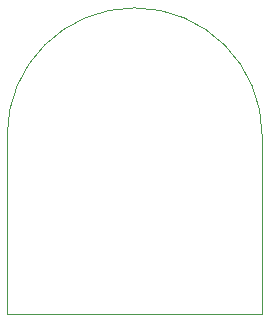
<source format=gm1>
G04 #@! TF.GenerationSoftware,KiCad,Pcbnew,5.0.2-bee76a0~70~ubuntu18.04.1*
G04 #@! TF.CreationDate,2019-03-09T17:32:09+01:00*
G04 #@! TF.ProjectId,touchsense6,746f7563-6873-4656-9e73-65362e6b6963,0_1*
G04 #@! TF.SameCoordinates,Original*
G04 #@! TF.FileFunction,Profile,NP*
%FSLAX46Y46*%
G04 Gerber Fmt 4.6, Leading zero omitted, Abs format (unit mm)*
G04 Created by KiCad (PCBNEW 5.0.2-bee76a0~70~ubuntu18.04.1) date 2019-03-09T17:32:09 CET*
%MOMM*%
%LPD*%
G01*
G04 APERTURE LIST*
%ADD10C,0.100000*%
G04 APERTURE END LIST*
D10*
X38100000Y-20320000D02*
G75*
G03X27305000Y-31115000I0J-10795000D01*
G01*
X48895000Y-31115000D02*
G75*
G03X38100000Y-20320000I-10795000J0D01*
G01*
X27305000Y-31115000D02*
X27294840Y-46220380D01*
X48910240Y-46217840D02*
X48895000Y-31115000D01*
X27305000Y-46220000D02*
X48895000Y-46220000D01*
M02*

</source>
